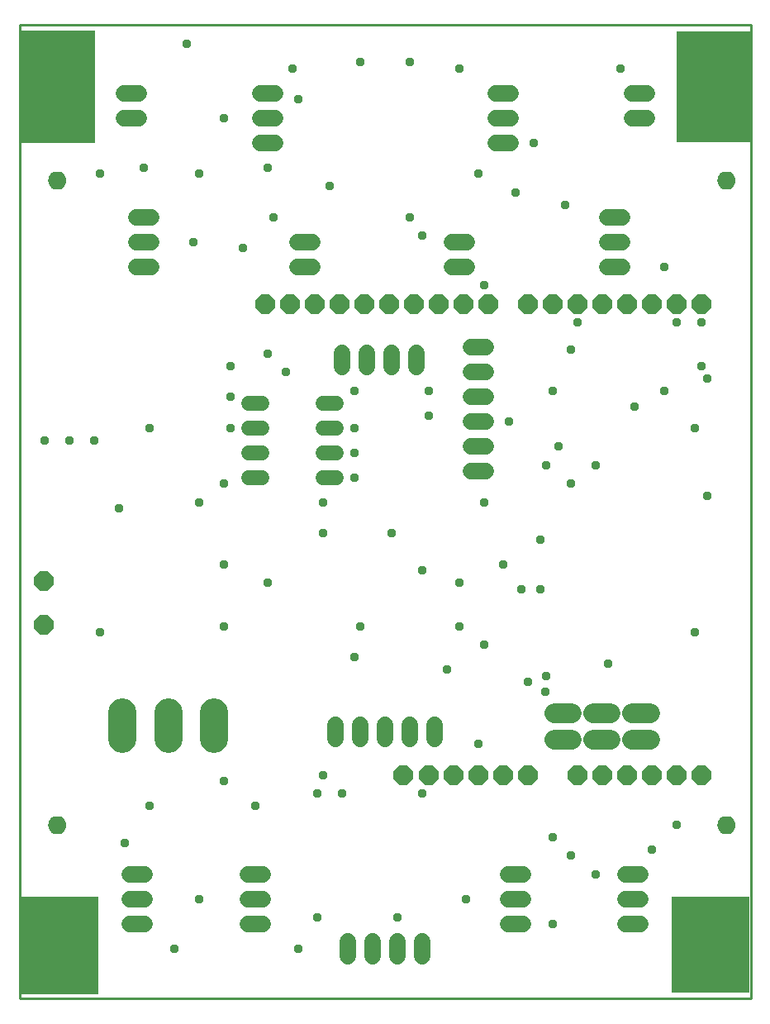
<source format=gbr>
G04 EAGLE Gerber RS-274X export*
G75*
%MOMM*%
%FSLAX34Y34*%
%LPD*%
%INSoldermask Bottom*%
%IPPOS*%
%AMOC8*
5,1,8,0,0,1.08239X$1,22.5*%
G01*
%ADD10C,1.803200*%
%ADD11C,2.303200*%
%ADD12R,7.620000X11.430000*%
%ADD13R,8.001000X9.779000*%
%ADD14R,8.001000X10.033000*%
%ADD15R,7.620000X11.557000*%
%ADD16P,2.144431X8X22.500000*%
%ADD17C,1.524000*%
%ADD18C,1.711200*%
%ADD19C,2.853200*%
%ADD20C,2.003200*%
%ADD21C,0.959600*%
%ADD22C,0.254000*%


D10*
X723900Y177800D03*
X38100Y177800D03*
X38100Y838200D03*
X723900Y838200D03*
D11*
X44450Y939800D03*
X704850Y939800D03*
X44450Y50800D03*
X704850Y50800D03*
D12*
X711200Y933450D03*
D13*
X708025Y55245D03*
D14*
X41275Y53975D03*
D15*
X39370Y934085D03*
D16*
X520700Y711200D03*
X546100Y711200D03*
X571500Y711200D03*
X596900Y711200D03*
X622300Y711200D03*
X647700Y711200D03*
X480000Y711200D03*
X454600Y711200D03*
X429200Y711200D03*
X403800Y711200D03*
X378400Y711200D03*
X353000Y711200D03*
X327600Y711200D03*
X302200Y711200D03*
X276800Y711200D03*
X251400Y711200D03*
X673100Y711200D03*
X698500Y711200D03*
D17*
X247904Y609600D02*
X234696Y609600D01*
X234696Y584200D02*
X247904Y584200D01*
X310896Y584200D02*
X324104Y584200D01*
X324104Y609600D02*
X310896Y609600D01*
X247904Y558800D02*
X234696Y558800D01*
X234696Y533400D02*
X247904Y533400D01*
X310896Y558800D02*
X324104Y558800D01*
X324104Y533400D02*
X310896Y533400D01*
D16*
X673100Y228600D03*
X698500Y228600D03*
X571500Y228600D03*
X596900Y228600D03*
X622300Y228600D03*
X647700Y228600D03*
X520700Y228600D03*
X495300Y228600D03*
X469900Y228600D03*
X444500Y228600D03*
X419100Y228600D03*
D18*
X487760Y901700D02*
X502840Y901700D01*
X502840Y927100D02*
X487760Y927100D01*
X487760Y876300D02*
X502840Y876300D01*
X261540Y901700D02*
X246460Y901700D01*
X246460Y927100D02*
X261540Y927100D01*
X261540Y876300D02*
X246460Y876300D01*
X134540Y774700D02*
X119460Y774700D01*
X119460Y800100D02*
X134540Y800100D01*
X134540Y749300D02*
X119460Y749300D01*
X602060Y774700D02*
X617140Y774700D01*
X617140Y800100D02*
X602060Y800100D01*
X602060Y749300D02*
X617140Y749300D01*
X128190Y101600D02*
X113110Y101600D01*
X113110Y127000D02*
X128190Y127000D01*
X128190Y76200D02*
X113110Y76200D01*
X233760Y101600D02*
X248840Y101600D01*
X248840Y127000D02*
X233760Y127000D01*
X233760Y76200D02*
X248840Y76200D01*
X500460Y101600D02*
X515540Y101600D01*
X515540Y127000D02*
X500460Y127000D01*
X500460Y76200D02*
X515540Y76200D01*
X621110Y101600D02*
X636190Y101600D01*
X636190Y127000D02*
X621110Y127000D01*
X621110Y76200D02*
X636190Y76200D01*
X381000Y646510D02*
X381000Y661590D01*
X355600Y661590D02*
X355600Y646510D01*
X330200Y646510D02*
X330200Y661590D01*
X406400Y661590D02*
X406400Y646510D01*
X387350Y58340D02*
X387350Y43260D01*
X361950Y43260D02*
X361950Y58340D01*
X336550Y58340D02*
X336550Y43260D01*
X412750Y43260D02*
X412750Y58340D01*
X299640Y774700D02*
X284560Y774700D01*
X284560Y749300D02*
X299640Y749300D01*
X443310Y774700D02*
X458390Y774700D01*
X458390Y749300D02*
X443310Y749300D01*
X121840Y927100D02*
X106760Y927100D01*
X106760Y901700D02*
X121840Y901700D01*
X627460Y927100D02*
X642540Y927100D01*
X642540Y901700D02*
X627460Y901700D01*
X374650Y280590D02*
X374650Y265510D01*
X400050Y265510D02*
X400050Y280590D01*
X425450Y280590D02*
X425450Y265510D01*
X425450Y280590D01*
X349250Y280590D02*
X349250Y265510D01*
X323850Y265510D02*
X323850Y280590D01*
D19*
X152400Y292650D02*
X152400Y266150D01*
X105400Y266150D02*
X105400Y292650D01*
X199400Y292650D02*
X199400Y266150D01*
D20*
X587900Y292100D02*
X605900Y292100D01*
X627900Y292100D02*
X645900Y292100D01*
X605900Y265100D02*
X587900Y265100D01*
X565900Y265100D02*
X547900Y265100D01*
X627900Y265100D02*
X645900Y265100D01*
X565900Y292100D02*
X547900Y292100D01*
D18*
X477440Y666750D02*
X462360Y666750D01*
X462360Y615950D02*
X477440Y615950D01*
X477440Y641350D02*
X462360Y641350D01*
X462360Y590550D02*
X477440Y590550D01*
X477440Y539750D02*
X462360Y539750D01*
X462360Y565150D02*
X477440Y565150D01*
D16*
X393000Y228500D03*
X25000Y382500D03*
X25000Y427500D03*
D21*
X476250Y730250D03*
X647700Y152400D03*
X590550Y127000D03*
X565150Y146050D03*
X546100Y165100D03*
X450850Y952500D03*
X615950Y952500D03*
X184150Y844550D03*
X279400Y952500D03*
X673100Y692150D03*
X660400Y622300D03*
X381000Y476250D03*
X387350Y82550D03*
X571500Y692150D03*
X304800Y82550D03*
X50800Y571500D03*
X254000Y425450D03*
X76200Y571500D03*
X209550Y381000D03*
X349250Y381000D03*
X533400Y469900D03*
X514350Y419100D03*
X450850Y381000D03*
X660400Y749300D03*
X241300Y196850D03*
X304800Y209550D03*
X527050Y876300D03*
X457200Y101600D03*
X285750Y50800D03*
X184150Y101600D03*
X311150Y508000D03*
X311150Y476250D03*
X209550Y444500D03*
X495300Y444500D03*
X450850Y425450D03*
X469900Y844550D03*
X412750Y781050D03*
X419100Y622300D03*
X342900Y622300D03*
X342900Y558800D03*
X342900Y584200D03*
X260350Y800100D03*
X228600Y768350D03*
X342900Y533400D03*
X209550Y527050D03*
X215900Y584200D03*
X273050Y641350D03*
X254000Y660400D03*
X215900Y615950D03*
X215900Y647700D03*
X419100Y596900D03*
X184150Y508000D03*
X133350Y584200D03*
X400050Y800100D03*
X82550Y844550D03*
X82550Y374650D03*
X209550Y222250D03*
X558800Y812800D03*
X508000Y825500D03*
X673100Y177800D03*
X538480Y313690D03*
X546100Y76200D03*
X533400Y419100D03*
X330200Y209550D03*
X520700Y323850D03*
X539750Y330200D03*
X704850Y635000D03*
X158750Y50800D03*
X107950Y158750D03*
X209550Y901700D03*
X177800Y774700D03*
X101600Y501650D03*
X25400Y571500D03*
X171450Y977900D03*
X127000Y850900D03*
X285750Y920750D03*
X349250Y958850D03*
X400050Y958850D03*
X469900Y260350D03*
X254000Y850900D03*
X317500Y831850D03*
X590550Y546100D03*
X692150Y584200D03*
X412750Y209550D03*
X412750Y438150D03*
X342900Y349250D03*
X698500Y692150D03*
X698500Y647700D03*
X438150Y336550D03*
X603250Y342900D03*
X692150Y374650D03*
X539750Y546100D03*
X629920Y605790D03*
X565150Y664210D03*
X704850Y514350D03*
X565150Y527050D03*
X501650Y590550D03*
X476250Y508000D03*
X476250Y361950D03*
X311150Y228600D03*
X133350Y196850D03*
X546100Y622300D03*
X546100Y622300D03*
X552450Y565150D03*
D22*
X0Y0D02*
X749300Y0D01*
X749300Y996950D01*
X0Y996950D01*
X0Y0D01*
X731900Y177407D02*
X731823Y176625D01*
X731670Y175854D01*
X731441Y175102D01*
X731141Y174375D01*
X730770Y173682D01*
X730333Y173029D01*
X729835Y172421D01*
X729279Y171865D01*
X728671Y171367D01*
X728018Y170930D01*
X727325Y170559D01*
X726598Y170259D01*
X725846Y170030D01*
X725075Y169877D01*
X724293Y169800D01*
X723507Y169800D01*
X722725Y169877D01*
X721954Y170030D01*
X721202Y170259D01*
X720475Y170559D01*
X719782Y170930D01*
X719129Y171367D01*
X718521Y171865D01*
X717965Y172421D01*
X717467Y173029D01*
X717030Y173682D01*
X716659Y174375D01*
X716359Y175102D01*
X716130Y175854D01*
X715977Y176625D01*
X715900Y177407D01*
X715900Y178193D01*
X715977Y178975D01*
X716130Y179746D01*
X716359Y180498D01*
X716659Y181225D01*
X717030Y181918D01*
X717467Y182571D01*
X717965Y183179D01*
X718521Y183735D01*
X719129Y184233D01*
X719782Y184670D01*
X720475Y185041D01*
X721202Y185341D01*
X721954Y185570D01*
X722725Y185723D01*
X723507Y185800D01*
X724293Y185800D01*
X725075Y185723D01*
X725846Y185570D01*
X726598Y185341D01*
X727325Y185041D01*
X728018Y184670D01*
X728671Y184233D01*
X729279Y183735D01*
X729835Y183179D01*
X730333Y182571D01*
X730770Y181918D01*
X731141Y181225D01*
X731441Y180498D01*
X731670Y179746D01*
X731823Y178975D01*
X731900Y178193D01*
X731900Y177407D01*
X46100Y177407D02*
X46023Y176625D01*
X45870Y175854D01*
X45641Y175102D01*
X45341Y174375D01*
X44970Y173682D01*
X44533Y173029D01*
X44035Y172421D01*
X43479Y171865D01*
X42871Y171367D01*
X42218Y170930D01*
X41525Y170559D01*
X40798Y170259D01*
X40046Y170030D01*
X39275Y169877D01*
X38493Y169800D01*
X37707Y169800D01*
X36925Y169877D01*
X36154Y170030D01*
X35402Y170259D01*
X34675Y170559D01*
X33982Y170930D01*
X33329Y171367D01*
X32721Y171865D01*
X32165Y172421D01*
X31667Y173029D01*
X31230Y173682D01*
X30859Y174375D01*
X30559Y175102D01*
X30330Y175854D01*
X30177Y176625D01*
X30100Y177407D01*
X30100Y178193D01*
X30177Y178975D01*
X30330Y179746D01*
X30559Y180498D01*
X30859Y181225D01*
X31230Y181918D01*
X31667Y182571D01*
X32165Y183179D01*
X32721Y183735D01*
X33329Y184233D01*
X33982Y184670D01*
X34675Y185041D01*
X35402Y185341D01*
X36154Y185570D01*
X36925Y185723D01*
X37707Y185800D01*
X38493Y185800D01*
X39275Y185723D01*
X40046Y185570D01*
X40798Y185341D01*
X41525Y185041D01*
X42218Y184670D01*
X42871Y184233D01*
X43479Y183735D01*
X44035Y183179D01*
X44533Y182571D01*
X44970Y181918D01*
X45341Y181225D01*
X45641Y180498D01*
X45870Y179746D01*
X46023Y178975D01*
X46100Y178193D01*
X46100Y177407D01*
X46100Y837807D02*
X46023Y837025D01*
X45870Y836254D01*
X45641Y835502D01*
X45341Y834775D01*
X44970Y834082D01*
X44533Y833429D01*
X44035Y832821D01*
X43479Y832265D01*
X42871Y831767D01*
X42218Y831330D01*
X41525Y830959D01*
X40798Y830659D01*
X40046Y830430D01*
X39275Y830277D01*
X38493Y830200D01*
X37707Y830200D01*
X36925Y830277D01*
X36154Y830430D01*
X35402Y830659D01*
X34675Y830959D01*
X33982Y831330D01*
X33329Y831767D01*
X32721Y832265D01*
X32165Y832821D01*
X31667Y833429D01*
X31230Y834082D01*
X30859Y834775D01*
X30559Y835502D01*
X30330Y836254D01*
X30177Y837025D01*
X30100Y837807D01*
X30100Y838593D01*
X30177Y839375D01*
X30330Y840146D01*
X30559Y840898D01*
X30859Y841625D01*
X31230Y842318D01*
X31667Y842971D01*
X32165Y843579D01*
X32721Y844135D01*
X33329Y844633D01*
X33982Y845070D01*
X34675Y845441D01*
X35402Y845741D01*
X36154Y845970D01*
X36925Y846123D01*
X37707Y846200D01*
X38493Y846200D01*
X39275Y846123D01*
X40046Y845970D01*
X40798Y845741D01*
X41525Y845441D01*
X42218Y845070D01*
X42871Y844633D01*
X43479Y844135D01*
X44035Y843579D01*
X44533Y842971D01*
X44970Y842318D01*
X45341Y841625D01*
X45641Y840898D01*
X45870Y840146D01*
X46023Y839375D01*
X46100Y838593D01*
X46100Y837807D01*
X731900Y837807D02*
X731823Y837025D01*
X731670Y836254D01*
X731441Y835502D01*
X731141Y834775D01*
X730770Y834082D01*
X730333Y833429D01*
X729835Y832821D01*
X729279Y832265D01*
X728671Y831767D01*
X728018Y831330D01*
X727325Y830959D01*
X726598Y830659D01*
X725846Y830430D01*
X725075Y830277D01*
X724293Y830200D01*
X723507Y830200D01*
X722725Y830277D01*
X721954Y830430D01*
X721202Y830659D01*
X720475Y830959D01*
X719782Y831330D01*
X719129Y831767D01*
X718521Y832265D01*
X717965Y832821D01*
X717467Y833429D01*
X717030Y834082D01*
X716659Y834775D01*
X716359Y835502D01*
X716130Y836254D01*
X715977Y837025D01*
X715900Y837807D01*
X715900Y838593D01*
X715977Y839375D01*
X716130Y840146D01*
X716359Y840898D01*
X716659Y841625D01*
X717030Y842318D01*
X717467Y842971D01*
X717965Y843579D01*
X718521Y844135D01*
X719129Y844633D01*
X719782Y845070D01*
X720475Y845441D01*
X721202Y845741D01*
X721954Y845970D01*
X722725Y846123D01*
X723507Y846200D01*
X724293Y846200D01*
X725075Y846123D01*
X725846Y845970D01*
X726598Y845741D01*
X727325Y845441D01*
X728018Y845070D01*
X728671Y844633D01*
X729279Y844135D01*
X729835Y843579D01*
X730333Y842971D01*
X730770Y842318D01*
X731141Y841625D01*
X731441Y840898D01*
X731670Y840146D01*
X731823Y839375D01*
X731900Y838593D01*
X731900Y837807D01*
X54950Y939387D02*
X54885Y938565D01*
X54756Y937750D01*
X54564Y936948D01*
X54309Y936163D01*
X53993Y935401D01*
X53618Y934666D01*
X53187Y933962D01*
X52702Y933295D01*
X52166Y932667D01*
X51583Y932084D01*
X50956Y931548D01*
X50288Y931063D01*
X49584Y930632D01*
X48849Y930257D01*
X48087Y929941D01*
X47302Y929686D01*
X46500Y929494D01*
X45685Y929365D01*
X44863Y929300D01*
X44037Y929300D01*
X43215Y929365D01*
X42400Y929494D01*
X41598Y929686D01*
X40813Y929941D01*
X40051Y930257D01*
X39316Y930632D01*
X38612Y931063D01*
X37945Y931548D01*
X37317Y932084D01*
X36734Y932667D01*
X36198Y933295D01*
X35713Y933962D01*
X35282Y934666D01*
X34907Y935401D01*
X34591Y936163D01*
X34336Y936948D01*
X34144Y937750D01*
X34015Y938565D01*
X33950Y939387D01*
X33950Y940213D01*
X34015Y941035D01*
X34144Y941850D01*
X34336Y942652D01*
X34591Y943437D01*
X34907Y944199D01*
X35282Y944934D01*
X35713Y945638D01*
X36198Y946306D01*
X36734Y946933D01*
X37317Y947516D01*
X37945Y948052D01*
X38612Y948537D01*
X39316Y948968D01*
X40051Y949343D01*
X40813Y949659D01*
X41598Y949914D01*
X42400Y950106D01*
X43215Y950235D01*
X44037Y950300D01*
X44863Y950300D01*
X45685Y950235D01*
X46500Y950106D01*
X47302Y949914D01*
X48087Y949659D01*
X48849Y949343D01*
X49584Y948968D01*
X50288Y948537D01*
X50956Y948052D01*
X51583Y947516D01*
X52166Y946933D01*
X52702Y946306D01*
X53187Y945638D01*
X53618Y944934D01*
X53993Y944199D01*
X54309Y943437D01*
X54564Y942652D01*
X54756Y941850D01*
X54885Y941035D01*
X54950Y940213D01*
X54950Y939387D01*
X715350Y939387D02*
X715285Y938565D01*
X715156Y937750D01*
X714964Y936948D01*
X714709Y936163D01*
X714393Y935401D01*
X714018Y934666D01*
X713587Y933962D01*
X713102Y933295D01*
X712566Y932667D01*
X711983Y932084D01*
X711356Y931548D01*
X710688Y931063D01*
X709984Y930632D01*
X709249Y930257D01*
X708487Y929941D01*
X707702Y929686D01*
X706900Y929494D01*
X706085Y929365D01*
X705263Y929300D01*
X704437Y929300D01*
X703615Y929365D01*
X702800Y929494D01*
X701998Y929686D01*
X701213Y929941D01*
X700451Y930257D01*
X699716Y930632D01*
X699012Y931063D01*
X698345Y931548D01*
X697717Y932084D01*
X697134Y932667D01*
X696598Y933295D01*
X696113Y933962D01*
X695682Y934666D01*
X695307Y935401D01*
X694991Y936163D01*
X694736Y936948D01*
X694544Y937750D01*
X694415Y938565D01*
X694350Y939387D01*
X694350Y940213D01*
X694415Y941035D01*
X694544Y941850D01*
X694736Y942652D01*
X694991Y943437D01*
X695307Y944199D01*
X695682Y944934D01*
X696113Y945638D01*
X696598Y946306D01*
X697134Y946933D01*
X697717Y947516D01*
X698345Y948052D01*
X699012Y948537D01*
X699716Y948968D01*
X700451Y949343D01*
X701213Y949659D01*
X701998Y949914D01*
X702800Y950106D01*
X703615Y950235D01*
X704437Y950300D01*
X705263Y950300D01*
X706085Y950235D01*
X706900Y950106D01*
X707702Y949914D01*
X708487Y949659D01*
X709249Y949343D01*
X709984Y948968D01*
X710688Y948537D01*
X711356Y948052D01*
X711983Y947516D01*
X712566Y946933D01*
X713102Y946306D01*
X713587Y945638D01*
X714018Y944934D01*
X714393Y944199D01*
X714709Y943437D01*
X714964Y942652D01*
X715156Y941850D01*
X715285Y941035D01*
X715350Y940213D01*
X715350Y939387D01*
X54950Y50387D02*
X54885Y49565D01*
X54756Y48750D01*
X54564Y47948D01*
X54309Y47163D01*
X53993Y46401D01*
X53618Y45666D01*
X53187Y44962D01*
X52702Y44295D01*
X52166Y43667D01*
X51583Y43084D01*
X50956Y42548D01*
X50288Y42063D01*
X49584Y41632D01*
X48849Y41257D01*
X48087Y40941D01*
X47302Y40686D01*
X46500Y40494D01*
X45685Y40365D01*
X44863Y40300D01*
X44037Y40300D01*
X43215Y40365D01*
X42400Y40494D01*
X41598Y40686D01*
X40813Y40941D01*
X40051Y41257D01*
X39316Y41632D01*
X38612Y42063D01*
X37945Y42548D01*
X37317Y43084D01*
X36734Y43667D01*
X36198Y44295D01*
X35713Y44962D01*
X35282Y45666D01*
X34907Y46401D01*
X34591Y47163D01*
X34336Y47948D01*
X34144Y48750D01*
X34015Y49565D01*
X33950Y50387D01*
X33950Y51213D01*
X34015Y52035D01*
X34144Y52850D01*
X34336Y53652D01*
X34591Y54437D01*
X34907Y55199D01*
X35282Y55934D01*
X35713Y56638D01*
X36198Y57306D01*
X36734Y57933D01*
X37317Y58516D01*
X37945Y59052D01*
X38612Y59537D01*
X39316Y59968D01*
X40051Y60343D01*
X40813Y60659D01*
X41598Y60914D01*
X42400Y61106D01*
X43215Y61235D01*
X44037Y61300D01*
X44863Y61300D01*
X45685Y61235D01*
X46500Y61106D01*
X47302Y60914D01*
X48087Y60659D01*
X48849Y60343D01*
X49584Y59968D01*
X50288Y59537D01*
X50956Y59052D01*
X51583Y58516D01*
X52166Y57933D01*
X52702Y57306D01*
X53187Y56638D01*
X53618Y55934D01*
X53993Y55199D01*
X54309Y54437D01*
X54564Y53652D01*
X54756Y52850D01*
X54885Y52035D01*
X54950Y51213D01*
X54950Y50387D01*
X715350Y50387D02*
X715285Y49565D01*
X715156Y48750D01*
X714964Y47948D01*
X714709Y47163D01*
X714393Y46401D01*
X714018Y45666D01*
X713587Y44962D01*
X713102Y44295D01*
X712566Y43667D01*
X711983Y43084D01*
X711356Y42548D01*
X710688Y42063D01*
X709984Y41632D01*
X709249Y41257D01*
X708487Y40941D01*
X707702Y40686D01*
X706900Y40494D01*
X706085Y40365D01*
X705263Y40300D01*
X704437Y40300D01*
X703615Y40365D01*
X702800Y40494D01*
X701998Y40686D01*
X701213Y40941D01*
X700451Y41257D01*
X699716Y41632D01*
X699012Y42063D01*
X698345Y42548D01*
X697717Y43084D01*
X697134Y43667D01*
X696598Y44295D01*
X696113Y44962D01*
X695682Y45666D01*
X695307Y46401D01*
X694991Y47163D01*
X694736Y47948D01*
X694544Y48750D01*
X694415Y49565D01*
X694350Y50387D01*
X694350Y51213D01*
X694415Y52035D01*
X694544Y52850D01*
X694736Y53652D01*
X694991Y54437D01*
X695307Y55199D01*
X695682Y55934D01*
X696113Y56638D01*
X696598Y57306D01*
X697134Y57933D01*
X697717Y58516D01*
X698345Y59052D01*
X699012Y59537D01*
X699716Y59968D01*
X700451Y60343D01*
X701213Y60659D01*
X701998Y60914D01*
X702800Y61106D01*
X703615Y61235D01*
X704437Y61300D01*
X705263Y61300D01*
X706085Y61235D01*
X706900Y61106D01*
X707702Y60914D01*
X708487Y60659D01*
X709249Y60343D01*
X709984Y59968D01*
X710688Y59537D01*
X711356Y59052D01*
X711983Y58516D01*
X712566Y57933D01*
X713102Y57306D01*
X713587Y56638D01*
X714018Y55934D01*
X714393Y55199D01*
X714709Y54437D01*
X714964Y53652D01*
X715156Y52850D01*
X715285Y52035D01*
X715350Y51213D01*
X715350Y50387D01*
M02*

</source>
